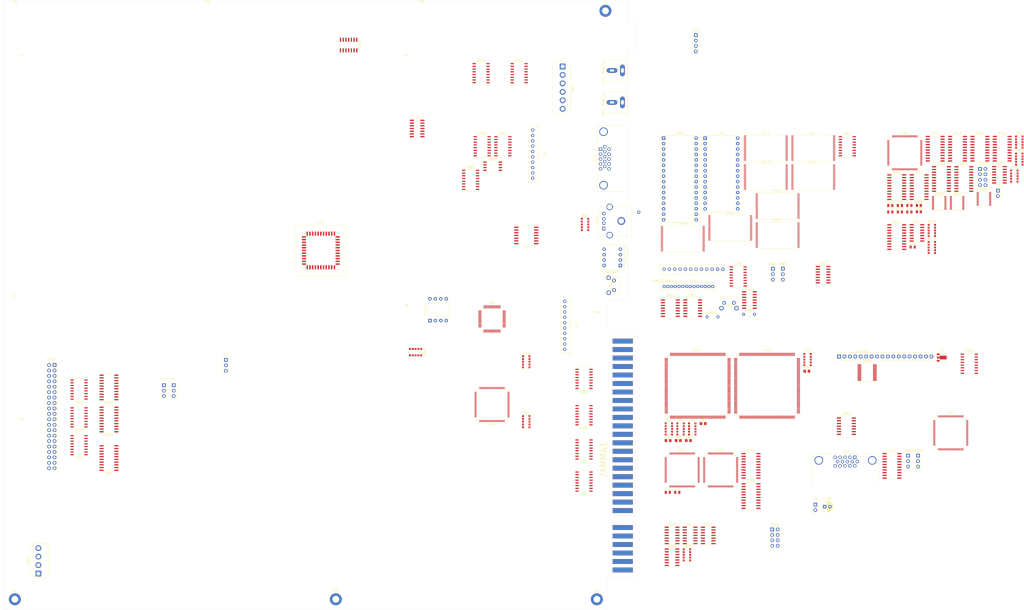
<source format=kicad_pcb>
(kicad_pcb (version 20211014) (generator pcbnew)
  (layers (0 "F.Cu" signal) (1 "In1.Cu" signal) (2 "In2.Cu" signal) (31 "B.Cu" signal) (34 "B.Paste" user) (35 "F.Paste" user) (36 "B.SilkS" user "B.Silkscreen") (37 "F.SilkS" user "F.Silkscreen") (38 "B.Mask" user) (39 "F.Mask" user) (44 "Edge.Cuts" user))
  (net 0 "")
  (net 1 "+5V")
  (net 2 "P2DNIN")
  (net 3 "P2UPIN")
  (net 4 "P2RTIN")
  (net 5 "P2LFIN")
  (net 6 "P1STARTIN")
  (net 7 "Net-(13E1-Pad114)")
  (net 8 "Net-(13E1-Pad113)")
  (net 9 "P1B1IN")
  (net 10 "GND")
  (net 11 "P1DNIN")
  (net 12 "P1UPIN")
  (net 13 "P1RTIN")
  (net 14 "P1LFIN")
  (net 15 "13E-102")
  (net 16 "Net-(13E1-Pad100)")
  (net 17 "Net-(13E1-Pad99)")
  (net 18 "Net-(13E1-Pad98)")
  (net 19 "Net-(13E1-Pad97)")
  (net 20 "Net-(13E1-Pad96)")
  (net 21 "Net-(13E1-Pad95)")
  (net 22 "Net-(13E1-Pad93)")
  (net 23 "ADC-SARS")
  (net 24 "ADC-DOUT")
  (net 25 "13E-88")
  (net 26 "DAC-MUTE")
  (net 27 "13E-86")
  (net 28 "ADC-~{CS}")
  (net 29 "ADC-CLK")
  (net 30 "ADC-DIN")
  (net 31 "/IO-DATA-15")
  (net 32 "/IO-DATA-14")
  (net 33 "/IO-DATA-13")
  (net 34 "/IO-DATA-12")
  (net 35 "/IO-DATA-11")
  (net 36 "/IO-DATA-10")
  (net 37 "/IO-DATA-9")
  (net 38 "/IO-DATA-7")
  (net 39 "/IO-DATA-6")
  (net 40 "/IO-DATA-5")
  (net 41 "/IO-DATA-4")
  (net 42 "/IO-DATA-3")
  (net 43 "/IO-DATA-2")
  (net 44 "/IO-DATA-1")
  (net 45 "/IO-DATA-0")
  (net 46 "13E-59")
  (net 47 "TESTBTN")
  (net 48 "18E-2")
  (net 49 "Net-(13E1-Pad56)")
  (net 50 "Net-(13E1-Pad55)")
  (net 51 "Net-(13E1-Pad54)")
  (net 52 "Net-(13E1-Pad53)")
  (net 53 "Net-(13E1-Pad52)")
  (net 54 "Net-(13E1-Pad51)")
  (net 55 "18E-18")
  (net 56 "18E-17")
  (net 57 "Net-(13E1-Pad47)")
  (net 58 "Net-(13E1-Pad44)")
  (net 59 "Net-(13E1-Pad43)")
  (net 60 "Net-(13E1-Pad42)")
  (net 61 "CART-40")
  (net 62 "Net-(13E1-Pad29)")
  (net 63 "Net-(13E1-Pad28)")
  (net 64 "Net-(13E1-Pad27)")
  (net 65 "Net-(13E1-Pad26)")
  (net 66 "DIP-4")
  (net 67 "DIP-3")
  (net 68 "DIP-2")
  (net 69 "DIP-1")
  (net 70 "/IO-DATA-8")
  (net 71 "PCMCIA2-IN")
  (net 72 "PCMCIA1-IN")
  (net 73 "COIN2IN")
  (net 74 "COIN1IN")
  (net 75 "P2STARTIN")
  (net 76 "Net-(13E1-Pad4)")
  (net 77 "Net-(13E1-Pad3)")
  (net 78 "P2B1IN")
  (net 79 "Net-(058232/58460-Pad12)")
  (net 82 "JVS-TX")
  (net 83 "JVS-RX")
  (net 84 "JVS-RTS")
  (net 85 "BUS-~{RD}")
  (net 86 "U71-34")
  (net 87 "Net-(15B1-Pad8)")
  (net 88 "Net-(15B1-Pad7)")
  (net 89 "Net-(15B1-Pad6)")
  (net 90 "Net-(15B1-Pad5)")
  (net 91 "Net-(15B1-Pad4)")
  (net 92 "Net-(15B1-Pad3)")
  (net 93 "Net-(15B1-Pad2)")
  (net 94 "Net-(15B1-Pad1)")
  (net 95 "+12V")
  (net 96 "Net-(13E1-Pad57)")
  (net 97 "Net-(13E2-Pad39)")
  (net 98 "Net-(13E2-Pad40)")
  (net 99 "Net-(13E3-Pad3)")
  (net 100 "Net-(13E3-Pad4)")
  (net 101 "IO-DATA-8")
  (net 102 "RTC-FT")
  (net 103 "IO-DATA-9")
  (net 104 "IO-DATA-10")
  (net 105 "SERVICEIN")
  (net 106 "P2B4IN")
  (net 107 "P2B6IN")
  (net 108 "P2B5IN")
  (net 109 "P1B5IN")
  (net 110 "P1B6IN")
  (net 111 "P1B4IN")
  (net 112 "13E-PIN18")
  (net 113 "13E-PIN17")
  (net 114 "P2B5")
  (net 115 "IO-DATA-11")
  (net 116 "IO-DATA-12")
  (net 117 "Net-(14B1-Pad8)")
  (net 118 "Net-(14B1-Pad6)")
  (net 119 "Net-(14B1-Pad4)")
  (net 120 "Net-(14B1-Pad2)")
  (net 121 "IO-DATA-13")
  (net 122 "Net-(12B1-Pad6)")
  (net 123 "Net-(12B1-Pad4)")
  (net 124 "Net-(10B1-Pad8)")
  (net 125 "IO-DATA-14")
  (net 126 "VGA-CSYNC")
  (net 127 "VGA-G")
  (net 128 "IO-DATA-15")
  (net 129 "SPL-")
  (net 130 "Net-(6B1-Pad3)")
  (net 132 "Net-(5B1-Pad3)")
  (net 133 "Net-(4B1-Pad3)")
  (net 134 "VGA-R")
  (net 135 "Net-(12B1-Pad5)")
  (net 136 "Net-(12B1-Pad3)")
  (net 137 "Net-(12B1-Pad1)")
  (net 138 "Net-(10B1-Pad7)")
  (net 139 "Net-(10B1-Pad5)")
  (net 140 "VGA-B")
  (net 142 "SPL+")
  (net 143 "Net-(10B1-Pad1)")
  (net 144 "~{RESET}")
  (net 145 "COIN-CNT1")
  (net 146 "COIN-CNT2")
  (net 147 "KCUS-93")
  (net 148 "TEST")
  (net 149 "SERVICE")
  (net 150 "COIN1")
  (net 151 "COIN2")
  (net 152 "Net-(10B1-Pad6)")
  (net 153 "35J-5")
  (net 154 "P1-START")
  (net 155 "P2-START")
  (net 156 "P1-UP")
  (net 157 "P2-UP")
  (net 158 "P1-DN")
  (net 159 "P2-DN")
  (net 160 "P1-LF")
  (net 161 "P2-LF")
  (net 162 "P1-RT")
  (net 163 "P2-RT")
  (net 164 "P1-B1")
  (net 165 "P2-B1")
  (net 166 "P1-B2")
  (net 167 "P2-B2")
  (net 168 "P1-B3")
  (net 169 "P2-B3")
  (net 170 "Net-(15B1-Pad14)")
  (net 171 "Net-(15B1-Pad12)")
  (net 172 "Net-(15B1-Pad11)")
  (net 173 "Net-(15B1-Pad10)")
  (net 174 "P1-B4")
  (net 175 "P1-B5")
  (net 176 "P1-B6")
  (net 177 "P2-B4")
  (net 178 "P2-B5")
  (net 179 "P2-B6")
  (net 180 "Net-(20C1-Pad7)")
  (net 181 "Net-(20C1-Pad6)")
  (net 182 "Net-(24A1-Pad4)")
  (net 183 "Net-(24A1-Pad3)")
  (net 184 "Net-(24A1-Pad2)")
  (net 185 "Net-(24A1-Pad1)")
  (net 186 "Net-(24A1-Pad5)")
  (net 187 "V-CSYNC")
  (net 188 "VGA-VGND")
  (net 189 "VGA-5V")
  (net 190 "LINE-L")
  (net 191 "LINE-R")
  (net 192 "SPR+")
  (net 193 "SPR-")
  (net 194 "Net-(36A1-Pad8)")
  (net 195 "Net-(36A1-Pad7)")
  (net 196 "Net-(36A1-Pad6)")
  (net 197 "Net-(36A1-Pad5)")
  (net 198 "Net-(33A1-Pad1)")
  (net 199 "Net-(33A1-Pad2)")
  (net 200 "Net-(31A1-Pad1)")
  (net 201 "Net-(31A1-Pad2)")
  (net 202 "Net-(CN2-Pad15)")
  (net 203 "Net-(CN2-Pad14)")
  (net 204 "Net-(CN2-Pad13)")
  (net 205 "Net-(CN2-Pad12)")
  (net 206 "Net-(CN2-Pad11)")
  (net 207 "Net-(CN2-Pad10)")
  (net 208 "Net-(CN2-Pad9)")
  (net 209 "Net-(CN2-Pad8)")
  (net 210 "Net-(CN2-Pad7)")
  (net 211 "Net-(CN2-Pad6)")
  (net 212 "Net-(CN2-Pad5)")
  (net 213 "Net-(CN2-Pad4)")
  (net 214 "Net-(C25-Pad3)")
  (net 215 "Net-(C24-Pad3)")
  (net 216 "Net-(C23-Pad3)")
  (net 217 "35J-9")
  (net 218 "Net-(H1-Pad1)")
  (net 219 "Net-(H2-Pad1)")
  (net 220 "Net-(H3-Pad1)")
  (net 221 "Net-(H4-Pad1)")
  (net 222 "U71-27")
  (net 223 "U71-26")
  (net 224 "Net-(10S1-Pad18)")
  (net 225 "Net-(10S1-Pad17)")
  (net 226 "Net-(10S1-Pad16)")
  (net 227 "Net-(10S1-Pad15)")
  (net 228 "Net-(10S1-Pad14)")
  (net 229 "Net-(10S1-Pad13)")
  (net 230 "Net-(10S1-Pad12)")
  (net 231 "Net-(10S1-Pad11)")
  (net 232 "Net-(13E3-Pad113)")
  (net 233 "/IDE/IDE-D7")
  (net 234 "/IDE/IDE-D8")
  (net 235 "/IDE/IDE-D6")
  (net 236 "/IDE/IDE-D9")
  (net 237 "/IDE/IDE-D5")
  (net 238 "/IDE/IDE-D10")
  (net 239 "/IDE/IDE-D4")
  (net 240 "/IDE/IDE-D11")
  (net 241 "Net-(12S1-Pad18)")
  (net 242 "Net-(12S1-Pad17)")
  (net 243 "Net-(12S1-Pad16)")
  (net 244 "Net-(12S1-Pad15)")
  (net 245 "Net-(12S1-Pad14)")
  (net 246 "Net-(12S1-Pad13)")
  (net 247 "Net-(12S1-Pad12)")
  (net 248 "Net-(12S1-Pad11)")
  (net 249 "/IDE/IDE-D3")
  (net 250 "/IDE/IDE-D12")
  (net 251 "/IDE/IDE-D2")
  (net 252 "/IDE/IDE-D13")
  (net 253 "/IDE/IDE-D1")
  (net 254 "/IDE/IDE-D14")
  (net 255 "/IDE/IDE-D0")
  (net 256 "/IDE/IDE-D15")
  (net 257 "JVS-S-IN")
  (net 258 "058232-5")
  (net 259 "058232-4")
  (net 260 "Net-(13E1-Pad48)")
  (net 261 "Net-(13E1-Pad45)")
  (net 262 "18E-26")
  (net 263 "18E-25")
  (net 264 "CART-33")
  (net 265 "CART-34")
  (net 266 "CART-35")
  (net 267 "CART-36")
  (net 268 "CART-37")
  (net 269 "CART-38")
  (net 270 "CART-39")
  (net 271 "~{ATA-RST}")
  (net 272 "/IDE/IDE-WRITE")
  (net 273 "/IDE/IDE-READ")
  (net 274 "/IDE/IDE-A1")
  (net 275 "/IDE/IDE-A2")
  (net 276 "/IDE/IDE-A0")
  (net 277 "Net-(13E3-Pad114)")
  (net 278 "IDE-CS0")
  (net 279 "Net-(13T1-Pad8)")
  (net 280 "Net-(13T1-Pad7)")
  (net 281 "Net-(13T1-Pad6)")
  (net 282 "Net-(13T1-Pad5)")
  (net 283 "Net-(13T1-Pad4)")
  (net 284 "Net-(13T1-Pad3)")
  (net 285 "Net-(13T1-Pad2)")
  (net 286 "Net-(13T1-Pad1)")
  (net 287 "~{PSX-WR}")
  (net 288 "~{PSX-RD}")
  (net 289 "22E-6")
  (net 290 "22E-9")
  (net 291 "22E-12")
  (net 292 "22E-15")
  (net 293 "22E-16")
  (net 294 "22E-19")
  (net 295 "IDE-CS1")
  (net 296 "21C-1")
  (net 297 "18E-52")
  (net 298 "18E-51")
  (net 299 "18E-50")
  (net 300 "22D-19")
  (net 301 "22D-16")
  (net 302 "22D-15")
  (net 303 "22D-12")
  (net 304 "22D-9")
  (net 305 "22D-6")
  (net 306 "22D-5")
  (net 307 "22D-2")
  (net 308 "18E-38")
  (net 309 "18E-37")
  (net 310 "18E-36")
  (net 311 "18E-35")
  (net 312 "18E-34")
  (net 313 "EXO-CLK")
  (net 314 "22E-5")
  (net 315 "22E-2")
  (net 316 "U71-5")
  (net 317 "IDE-~{RST}")
  (net 318 "J1-B4")
  (net 319 "J1-B5")
  (net 320 "/PSX-DATA-15")
  (net 321 "/PSX-DATA-14")
  (net 322 "/PSX-DATA-13")
  (net 323 "/PSX-DATA-12")
  (net 324 "/PSX-DATA-11")
  (net 325 "/PSX-DATA-10")
  (net 326 "/PSX-DATA-9")
  (net 327 "/PSX-DATA-8")
  (net 328 "LS273-~{RST}")
  (net 329 "/PSX-DATA-7")
  (net 330 "/PSX-DATA-6")
  (net 331 "/PSX-DATA-5")
  (net 332 "/PSX-DATA-4")
  (net 333 "/PSX-DATA-3")
  (net 334 "/PSX-DATA-2")
  (net 335 "/PSX-DATA-1")
  (net 336 "/PSX-DATA-0")
  (net 337 "PCPU-~{BIOS}")
  (net 338 "Net-(24E1-Pad11)")
  (net 339 "JVS-SENSE")
  (net 340 "/Security Cart/CART-RTS")
  (net 341 "CART-20")
  (net 342 "/Security Cart/CART-7.37MHz")
  (net 343 "Net-(3T1-Pad3)")
  (net 344 "Net-(4T1-Pad3)")
  (net 345 "Net-(5T1-Pad3)")
  (net 346 "Net-(15B2-Pad3)")
  (net 347 "Net-(15B2-Pad4)")
  (net 348 "J2-B4")
  (net 349 "Net-(15B2-Pad6)")
  (net 350 "Net-(CN2I1-Pad29)")
  (net 351 "Net-(CN2I1-Pad28)")
  (net 352 "Net-(CN2I1-Pad27)")
  (net 353 "Net-(CN2I1-Pad21)")
  (net 354 "J2-B5")
  (net 355 "Net-(15B2-Pad8)")
  (net 357 "H8-~{RST}")
  (net 358 "Net-(U3-Pad13)")
  (net 359 "Net-(U3-Pad12)")
  (net 360 "35J-11")
  (net 361 "Net-(U3-Pad10)")
  (net 362 "Net-(U3-Pad9)")
  (net 363 "Net-(U3-Pad8)")
  (net 364 "18E-16")
  (net 365 "18E-54")
  (net 366 "18E-55")
  (net 367 "18E-56")
  (net 368 "18E-57")
  (net 369 "H8-TX-FLAG")
  (net 372 "/H8 MCU/IO-DATA-9")
  (net 373 "/H8 MCU/IO-DATA-10")
  (net 374 "/H8 MCU/IO-DATA-11")
  (net 375 "/H8 MCU/IO-DATA-12")
  (net 376 "/H8 MCU/IO-DATA-13")
  (net 377 "/H8 MCU/IO-DATA-14")
  (net 378 "/H8 MCU/IO-DATA-15")
  (net 379 "/H8 MCU/IO-DATA-0")
  (net 380 "/H8 MCU/IO-DATA-1")
  (net 381 "/H8 MCU/IO-DATA-2")
  (net 382 "/H8 MCU/IO-DATA-3")
  (net 383 "/H8 MCU/IO-DATA-4")
  (net 384 "/H8 MCU/IO-DATA-5")
  (net 385 "/H8 MCU/IO-DATA-6")
  (net 386 "/H8 MCU/IO-DATA-7")
  (net 387 "PSX-~{BIOS}")
  (net 390 "U71-24")
  (net 391 "+3V3")
  (net 392 "~{DBUS-EN}")
  (net 396 "/IDE/IO-DATA-11")
  (net 397 "/IDE/IO-DATA-4")
  (net 398 "/IDE/IO-DATA-10")
  (net 399 "/IDE/IO-DATA-5")
  (net 400 "/IDE/IO-DATA-9")
  (net 401 "/IDE/IO-DATA-6")
  (net 402 "/IDE/IO-DATA-8")
  (net 403 "/IDE/IO-DATA-7")
  (net 404 "Net-(12B2-Pad16)")
  (net 405 "Net-(12B2-Pad15)")
  (net 406 "Net-(12B2-Pad14)")
  (net 407 "Net-(12B2-Pad13)")
  (net 408 "Net-(12B2-Pad12)")
  (net 409 "Net-(12B2-Pad11)")
  (net 410 "Net-(12B2-Pad10)")
  (net 411 "Net-(12B2-Pad9)")
  (net 412 "Net-(12B2-Pad8)")
  (net 413 "Net-(12B2-Pad7)")
  (net 414 "Net-(12B2-Pad6)")
  (net 415 "Net-(12B2-Pad5)")
  (net 416 "Net-(12B2-Pad4)")
  (net 417 "Net-(12B2-Pad3)")
  (net 418 "Net-(12B2-Pad2)")
  (net 419 "Net-(12B2-Pad1)")
  (net 420 "/IDE/IO-DATA-15")
  (net 421 "~{PCMCIA_CE1}")
  (net 422 "/IDE/IO-DATA-14")
  (net 423 "/IDE/IO-DATA-1")
  (net 424 "/IDE/IO-DATA-13")
  (net 425 "/IDE/IO-DATA-2")
  (net 426 "/IDE/IO-DATA-12")
  (net 427 "/IDE/IO-DATA-3")
  (net 428 "EXP-A10")
  (net 429 "IO-ADDR-3")
  (net 430 "IO-ADDR-2")
  (net 431 "IO-ADDR-1")
  (net 432 "~{EXP1}")
  (net 433 "~{IDE-RST-CLK}")
  (net 434 "~{BUS-RD}")
  (net 435 "~{BUS-WR}")
  (net 436 "U17-39")
  (net 437 "/ROM/IO-ADDR-18")
  (net 438 "/ROM/IO-DATA-2")
  (net 439 "/ROM/IO-ADDR-17")
  (net 440 "/ROM/IO-DATA-1")
  (net 441 "/ROM/IO-ADDR-14")
  (net 442 "/ROM/IO-DATA-0")
  (net 443 "/ROM/IO-ADDR-13")
  (net 444 "/ROM/IO-ADDR-0")
  (net 445 "/ROM/IO-ADDR-8")
  (net 446 "/ROM/IO-ADDR-1")
  (net 447 "/ROM/IO-ADDR-9")
  (net 448 "/ROM/IO-ADDR-2")
  (net 449 "/ROM/IO-ADDR-11")
  (net 450 "/ROM/IO-ADDR-3")
  (net 451 "/ROM/IO-ADDR-4")
  (net 452 "/ROM/IO-ADDR-10")
  (net 453 "/ROM/IO-ADDR-5")
  (net 454 "/ROM/IO-ADDR-6")
  (net 455 "/ROM/IO-DATA-7")
  (net 456 "/ROM/IO-ADDR-7")
  (net 457 "/ROM/IO-DATA-6")
  (net 458 "/ROM/IO-ADDR-12")
  (net 459 "/ROM/IO-DATA-5")
  (net 460 "/ROM/IO-ADDR-15")
  (net 461 "/ROM/IO-DATA-4")
  (net 462 "/ROM/IO-ADDR-16")
  (net 463 "/ROM/IO-DATA-3")
  (net 464 "~{CTS}")
  (net 465 "~{DSR}")
  (net 466 "RX1")
  (net 467 "22M-13")
  (net 468 "DREQ5")
  (net 469 "PSX-~{RST}")
  (net 470 "PSX-DREQ5")
  (net 471 "PSX-~{IRQ10}")
  (net 472 "PSX-RX")
  (net 473 "PSX-~{DSR}")
  (net 474 "PSX-~{CTS}")
  (net 477 "18E-10")
  (net 478 "CN21-B5")
  (net 479 "CN21-B6")
  (net 480 "Net-(23L1-Pad16)")
  (net 481 "EXP-B14")
  (net 482 "~{EXP-CE}")
  (net 483 "~{BUS-WR2}")
  (net 484 "~{PSX-WR2}")
  (net 485 "~{PSX-EXP}")
  (net 486 "~{PSX-DMACK5}")
  (net 487 "Net-(10B1-Pad2)")
  (net 488 "Net-(12B1-Pad2)")
  (net 489 "Net-(12B1-Pad7)")
  (net 490 "24E-13")
  (net 491 "Net-(24E2-Pad12)")
  (net 492 "29G-6")
  (net 493 "Net-(14B1-Pad1)")
  (net 494 "/PCCARD (PCMCIA)/IO-AD-0")
  (net 495 "/PCCARD (PCMCIA)/IO-AD-16")
  (net 496 "25T-8")
  (net 497 "25T-7")
  (net 498 "25T-6")
  (net 499 "Net-(26D1-Pad2)")
  (net 500 "EXT-OUTPUT-7")
  (net 501 "EXT-OUTPUT-6")
  (net 502 "EXT-OUTPUT-5")
  (net 503 "EXT-OUTPUT-4")
  (net 504 "U17-43")
  (net 505 "EXT-OUTPUT-3")
  (net 506 "EXT-OUTPUT-2")
  (net 507 "EXT-OUTPUT-1")
  (net 508 "EXT-OUTPUT-0")
  (net 509 "EXT-OUT-LATCH")
  (net 510 "27G-15")
  (net 511 "27G-12")
  (net 512 "U17-4")
  (net 513 "27G-9")
  (net 514 "27G-6")
  (net 515 "27G-5")
  (net 516 "27G-2")
  (net 517 "/ROM/IO-ADDR-20")
  (net 518 "BUS-~{WR}")
  (net 519 "Net-(14B1-Pad3)")
  (net 520 "/ROM/IO-DATA-15")
  (net 521 "/ROM/IO-DATA-14")
  (net 522 "/ROM/IO-DATA-13")
  (net 523 "/ROM/IO-DATA-12")
  (net 524 "/ROM/IO-DATA-11")
  (net 525 "/ROM/IO-DATA-10")
  (net 526 "/ROM/IO-DATA-9")
  (net 527 "/ROM/IO-DATA-8")
  (net 528 "FLASH-CE0")
  (net 529 "/ROM/IO-ADDR-19")
  (net 530 "Net-(14B1-Pad5)")
  (net 531 "FLASH-CE1")
  (net 532 "Net-(14B1-Pad7)")
  (net 533 "FLASH-C2")
  (net 534 "Net-(27F1-Pad2)")
  (net 535 "FLASH-CE3")
  (net 536 "IO-ADDR-16")
  (net 537 "IO-ADDR-17")
  (net 538 "IO-ADDR-18")
  (net 539 "IO-ADDR-19")
  (net 540 "IO-ADDR-20")
  (net 541 "IO-ADDR-21")
  (net 542 "IO-ADDR-22")
  (net 543 "IO-ADDR-23")
  (net 544 "/PSX-ADDR-23")
  (net 545 "/PSX-ADDR-22")
  (net 546 "/PSX-ADDR-21")
  (net 547 "/PSX-ADDR-20")
  (net 548 "PSX-ADDR-19")
  (net 549 "PSX-ADDR-18")
  (net 550 "PSX-ADDR-17")
  (net 551 "PSX-ADDR-16")
  (net 552 "Net-(29D1-Pad2)")
  (net 553 "U71-7")
  (net 561 "Net-(29G1-Pad15)")
  (net 562 "FLASH-CE2")
  (net 563 "Net-(29G1-Pad7)")
  (net 564 "29G-5")
  (net 565 "U17-37")
  (net 568 "IO-ADDR-9")
  (net 569 "IO-ADDR-10")
  (net 570 "IO-ADDR-11")
  (net 571 "IO-ADDR-12")
  (net 572 "IO-ADDR-13")
  (net 573 "IO-ADDR-14")
  (net 574 "IO-ADDR-15")
  (net 575 "/PSX-ADDR-15")
  (net 576 "/PSX-ADDR-14")
  (net 577 "/PSX-ADDR-13")
  (net 578 "/PSX-ADDR-12")
  (net 579 "PSX-ADDR-11")
  (net 580 "PSX-ADDR-10")
  (net 581 "PSX-ADDR-9")
  (net 582 "PSX-ADDR-8")
  (net 586 "~{PCMCIA_CE2}")
  (net 587 "IO-ADDR-0")
  (net 588 "IO-ADDR-4")
  (net 589 "IO-ADDR-5")
  (net 590 "IO-ADDR-6")
  (net 591 "IO-ADDR-7")
  (net 592 "/PSX-ADDR-7")
  (net 593 "/PSX-ADDR-6")
  (net 594 "/PSX-ADDR-5")
  (net 595 "/PSX-ADDR-4")
  (net 596 "/PSX-ADDR-3")
  (net 597 "/PSX-ADDR-2")
  (net 598 "/PSX-ADDR-1")
  (net 599 "/PSX-ADDR-0")
  (net 600 "PSX-~{RTS}")
  (net 601 "TX1")
  (net 602 "PSX-TX1")
  (net 603 "CART-30")
  (net 604 "U17-38")
  (net 605 "Net-(35K1-Pad19)")
  (net 606 "IO-DATA-7")
  (net 607 "IO-DATA-6")
  (net 608 "Net-(35K1-Pad16)")
  (net 609 "Net-(35K1-Pad15)")
  (net 610 "IO-DATA-5")
  (net 611 "IO-DATA-4")
  (net 612 "Net-(35K1-Pad12)")
  (net 613 "Net-(35K1-Pad9)")
  (net 614 "IO-DATA-3")
  (net 615 "IO-DATA-2")
  (net 616 "Net-(35K1-Pad6)")
  (net 617 "Net-(35K1-Pad5)")
  (net 618 "IO-DATA-1")
  (net 619 "IO-DATA-0")
  (net 620 "~{FLASH-CE-EN}")
  (net 621 "VGA-14")
  (net 622 "CART-7")
  (net 623 "CART-3")
  (net 625 "CART-29")
  (net 626 "CART-4")
  (net 627 "CART-25")
  (net 628 "CART-19")
  (net 629 "CART-17")
  (net 630 "CART-18")
  (net 631 "CART-15")
  (net 632 "CART-16")
  (net 633 "CART-14")
  (net 634 "CART-13")
  (net 643 "I2S_CLK")
  (net 644 "I2S_DATA")
  (net 646 "I2S_L{slash}R")
  (net 649 "Net-(32D1-Pad11)")
  (net 655 "I2S_16MHz")
  (net 661 "U17-6")
  (net 664 "U71-38")
  (net 665 "Net-(058232/58460-Pad8)")
  (net 666 "WD_KICK")
  (net 667 "Net-(058232/58460-Pad10)")
  (net 668 "Net-(058232/58460-Pad11)")
  (net 670 "Net-(C9-Pad3)")
  (net 671 "Net-(C10-Pad3)")
  (net 672 "Net-(C11-Pad3)")
  (net 682 "V-SYNC")
  (net 686 "U71-22")
  (net 690 "Net-(CPU1-Pad1)")
  (net 702 "Net-(CPU1-Pad104)")
  (net 854 "Net-(27F1-Pad5)")
  (net 855 "Net-(27F1-Pad6)")
  (net 856 "Net-(27F1-Pad9)")
  (net 857 "Net-(27F1-Pad12)")
  (net 858 "Net-(27F1-Pad15)")
  (net 866 "Net-(GPU1-Pad10)")
  (net 867 "Net-(GPU1-Pad105)")
  (net 1061 "AUDIO_5V")
  (net 1074 "RTC-OE")
  (net 1079 "U71-4")
  (net 1080 "U71-6")
  (net 1081 "U71-29")
  (net 1082 "~{EXP2}")
  (net 1083 "Net-(27F1-Pad16)")
  (net 1084 "Net-(10B1-Pad4)")
  (net 1085 "Net-(27F1-Pad19)")
  (net 1086 "Net-(CPU1-Pad202)")
  (net 1087 "Net-(12B1-Pad8)")
  (net 1088 "Net-(CPU1-Pad203)")
  (net 1089 "Net-(CPU1-Pad204)")
  (net 1090 "Net-(CPU1-Pad205)")
  (net 1091 "Net-(CPU1-Pad206)")
  (net 1092 "Net-(2B1-Pad3)")
  (footprint "Connector_JST:JST_NH_B10P_SHD" (layer "F.Cu") (at 372 142 90)
    (fp_text reference "CN3")
    (fp_text value "B10PSHF1A")
  )
  (footprint "Connector_JST:JST_VH_B6P-VH-B_1x06_P3.96mm_Vertical" (layer "F.Cu") (at 381 101 -90)
    (fp_text reference "CN17")
    (fp_text value "B6P-VH")
  )
  (footprint "Connector_JST:JST_NH_B10P_SHD" (layer "F.Cu") (at 387 222 90)
    (fp_text reference "CN1")
    (fp_text value "B10PSHF1A")
  )
  (footprint "Resistor_SMD:R_Array_Convex_5x1206" (layer "F.Cu") (at 391.468 174.834)
    (fp_text reference "RA2")
    (fp_text value "2.2k")
  )
  (footprint "Resistor_SMD:R_Array_Convex_5x1206" (layer "F.Cu") (at 364 239)
    (fp_text reference "RA3")
    (fp_text value "2.2k")
  )
  (footprint "Arcade:JAMMA" (layer "F.Cu") (at 409.067 284.804 90)
    (fp_text reference "JAMMA1")
    (fp_text value "JAMMA")
  )
  (footprint "Package_SO:SOIC-16_4.55x10.3mm_P1.27mm" (layer "F.Cu") (at 391 295 180)
    (fp_text reference "10B1")
    (fp_text value "ZBDS5101-8PT")
  )
  (footprint "Package_SO:SOIC-16_4.55x10.3mm_P1.27mm" (layer "F.Cu") (at 391 280 180)
    (fp_text reference "12B1")
    (fp_text value "ZBDS5101-8PT")
  )
  (footprint "Package_SO:SOIC-16_4.55x10.3mm_P1.27mm" (layer "F.Cu") (at 391 264 180)
    (fp_text reference "14B1")
    (fp_text value "ZBDS5101-8PT")
  )
  (footprint "Package_SO:SOIC-16_4.55x10.3mm_P1.27mm" (layer "F.Cu") (at 343.4 138.31)
    (fp_text reference "15B2")
    (fp_text value "ZBDS5101-8PT")
  )
  (footprint "Package_SO:SOIC-8_5.23x5.23mm_P1.27mm" (layer "F.Cu") (at 348.3 147.62)
    (fp_text reference "20C1")
    (fp_text value "MAX485E")
  )
  (footprint "Package_SO:SOIC-16_4.55x10.3mm_P1.27mm" (layer "F.Cu") (at 338 154)
    (fp_text reference "25B1")
    (fp_text value "ZBDS5101-8PT")
  )
  (footprint "Package_SO:SOIC-16_4.55x10.3mm_P1.27mm" (layer "F.Cu") (at 353.05 138.31)
    (fp_text reference "36A1")
    (fp_text value "ZBDS5101-8PT")
  )
  (footprint "Connector_Dsub:DSUB-15-HD_Female_Horizontal_P2.29x1.98mm_EdgePinOffset8.35mm_Housed_MountingHolesOffset10.89mm" (layer "F.Cu") (at 398.7 139.685 90)
    (fp_text reference "CN2")
    (fp_text value "VGA-DSUB15")
  )
  (footprint "Package_DIP:DIP-8_W10.16mm" (layer "F.Cu") (at 319 219.75 90)
    (fp_text reference "EXO-1")
    (fp_text value "14.7456MHz")
  )
  (footprint "MountingHole:MountingHole_3.2mm_M3_DIN965_Pad" (layer "F.Cu") (at 125 350)
    (fp_text reference "H1")
    (fp_text value "MountingHole_Pad")
  )
  (footprint "MountingHole:MountingHole_3.2mm_M3_DIN965_Pad" (layer "F.Cu") (at 397 350)
    (fp_text reference "H2")
    (fp_text value "MountingHole_Pad")
  )
  (footprint "MountingHole:MountingHole_3.2mm_M3_DIN965_Pad" (layer "F.Cu") (at 275 350)
    (fp_text reference "H3")
    (fp_text value "MountingHole_Pad")
  )
  (footprint "MountingHole:MountingHole_3.2mm_M3_DIN965_Pad" (layer "F.Cu") (at 401 75)
    (fp_text reference "H4")
    (fp_text value "MountingHole_Pad")
  )
  (footprint "MountingHole:MountingHole_3.2mm_M3" (layer "F.Cu") (at 215 75)
    (fp_text reference "H5")
    (fp_text value "MountingHole")
  )
  (footprint "MountingHole:MountingHole_3.2mm_M3" (layer "F.Cu") (at 125 75)
    (fp_text reference "H6")
    (fp_text value "MountingHole")
  )
  (footprint "MountingHole:MountingHole_3.2mm_M3" (layer "F.Cu") (at 128 100)
    (fp_text reference "H7")
    (fp_text value "MountingHole")
  )
  (footprint "MountingHole:MountingHole_3.2mm_M3" (layer "F.Cu") (at 315 75)
    (fp_text reference "H10")
    (fp_text value "MountingHole")
  )
  (footprint "MountingHole:MountingHole_3.2mm_M3" (layer "F.Cu") (at 128 270)
    (fp_text reference "H11")
    (fp_text value "MountingHole")
  )
  (footprint "MountingHole:MountingHole_3.2mm_M3" (layer "F.Cu") (at 125 212.5)
    (fp_text reference "H12")
    (fp_text value "MountingHole")
  )
  (footprint "Package_SO:SOIC-14W_7.5x9mm_P1.27mm" (layer "F.Cu") (at 364 180 180)
    (fp_text reference "U2")
    (fp_text value "ADC0834")
  )
  (footprint "MountingHole:MountingHole_3.2mm_M3" (layer "F.Cu") (at 397 220)
    (fp_text reference "H13")
    (fp_text value "MountingHole")
  )
  (footprint "MountingHole:MountingHole_3.2mm_M3" (layer "F.Cu") (at 308 100)
    (fp_text reference "H9")
    (fp_text value "MountingHole")
  )
  (footprint "MountingHole:MountingHole_3.2mm_M3" (layer "F.Cu") (at 308 217)
    (fp_text reference "H8")
    (fp_text value "MountingHole")
  )
  (footprint "Connector_USB:USB_A_Molex_67643_Horizontal" (layer "F.Cu") (at 400.25 176.75 90)
    (fp_text reference "24A1")
    (fp_text value "USB_A")
  )
  (footprint "Package_SO:SO-20_5.3x12.6mm_P1.27mm" (layer "F.Cu") (at 169 284 180)
    (fp_text reference "10S1")
    (fp_text value "74LS245")
  )
  (footprint "Package_SO:SOIC-16_4.55x10.3mm_P1.27mm" (layer "F.Cu") (at 155 278 180)
    (fp_text reference "10T1")
    (fp_text value "ZBDS5101-8PT")
  )
  (footprint "Package_SO:SO-20_5.3x12.6mm_P1.27mm" (layer "F.Cu") (at 169 266 180)
    (fp_text reference "12S1")
    (fp_text value "74LS245")
  )
  (footprint "Package_SO:SOIC-16_4.55x10.3mm_P1.27mm" (layer "F.Cu") (at 155 265 180)
    (fp_text reference "12T1")
    (fp_text value "ZBDS5101-8PT")
  )
  (footprint "Package_QFP:TQFP-120_14x14mm_P0.4mm" (layer "F.Cu") (at 348 259 180)
    (fp_text reference "13E1")
    (fp_text value "KONAMI_056879")
  )
  (footprint "Package_SO:SOIC-16_4.55x10.3mm_P1.27mm" (layer "F.Cu") (at 155 252 180)
    (fp_text reference "13T1")
    (fp_text value "ZBDS5101-8PT")
  )
  (footprint "Package_SO:SO-20_5.3x12.6mm_P1.27mm" (layer "F.Cu") (at 169 251 180)
    (fp_text reference "14S1")
    (fp_text value "74LS245")
  )
  (footprint "Button_Switch_THT:SW_Tactile_SPST_Angled_PTS645Vx58-2LFS" (layer "F.Cu") (at 405 201 -90)
    (fp_text reference "20A1")
    (fp_text value "SW_Push")
  )
  (footprint "Connector_PinSocket_2.54mm:PinSocket_1x03_P2.54mm_Vertical" (layer "F.Cu") (at 223.6165 238.127)
    (fp_text reference "3T1")
    (fp_text value "EMI_Filter_LCL")
  )
  (footprint "Connector_PinSocket_2.54mm:PinSocket_1x03_P2.54mm_Vertical" (layer "F.Cu") (at 194.6665 249.977)
    (fp_text reference "4T1")
    (fp_text value "EMI_Filter_LCL")
  )
  (footprint "Connector_PinSocket_2.54mm:PinSocket_1x03_P2.54mm_Vertical" (layer "F.Cu") (at 199.2665 249.977)
    (fp_text reference "5T1")
    (fp_text value "EMI_Filter_LCL")
  )
  (footprint "Connector_JST:JST_VH_B4P-VH-B_1x04_P3.96mm_Vertical" (layer "F.Cu") (at 136 338 90)
    (fp_text reference "CN15")
    (fp_text value "B4P-VH")
  )
  (footprint "Connector_PinSocket_2.54mm:PinSocket_2x20_P2.54mm_Vertical" (layer "F.Cu") (at 143.54 240.52)
    (fp_text reference "CN2I1")
    (fp_text value "ATA-IDE")
  )
  (footprint "Button_Switch_THT:SW_DIP_SPSTx04_Piano_10.8x11.72mm_W7.62mm_P2.54mm" (layer "F.Cu") (at 408 194 180)
    (fp_text reference "DIPSW4P1")
    (fp_text value "SW_DIP_x04")
  )
  (footprint "Package_SO:SO-14_3.9x8.65mm_P1.27mm" (layer "F.Cu") (at 313 130)
    (fp_text reference "U3")
    (fp_text value "74LS74")
  )
  (footprint "Package_LCC:PLCC-44_SMD-Socket" (layer "F.Cu") (at 268 187)
    (fp_text reference "U71")
    (fp_text value "22J-X700A1 XC9536")
  )
  (footprint "Package_QFP:TQFP-64_10x10mm_P0.5mm" (layer "F.Cu") (at 348 219)
    (fp_text reference "18E1")
    (fp_text value "HD6433640")
  )
  (footprint "Package_SO:SO-14_3.9x8.65mm_P1.27mm" (layer "F.Cu") (at 281 91 -90)
    (fp_text reference "35H1")
    (fp_text value "74LS125")
  )
  (footprint "Package_SO:SOIC-16_4.55x10.3mm_P1.27mm" (layer "F.Cu") (at 391 247 180)
    (fp_text reference "15B1")
    (fp_text value "ZBDS5101-8PT")
  )
  (footprint "Resistor_SMD:R_Array_Convex_5x1206" (layer "F.Cu") (at 312.28 234.5 -90)
    (fp_text reference "RA4")
    (fp_text value "2.2k")
  )
  (footprint "Resistor_SMD:R_Array_Convex_5x1206" (layer "F.Cu") (at 364 267)
    (fp_text reference "RA1")
    (fp_text value "2.2k")
  )
  (footprint "Package_SO:SOIC-16_4.55x10.3mm_P1.27mm" (layer "F.Cu") (at 463.042 199.136)
    (fp_text reference "12B2")
    (fp_text value "ZBDS5101-8PT")
  )
  (footprint "Package_QFP:TQFP-120_14x14mm_P0.4mm" (layer "F.Cu") (at 540.882 141.356)
    (fp_text reference "13E2")
    (fp_text value "KONAMI_056879")
  )
  (footprint "Package_SO:SO-14_3.9x8.65mm_P1.27mm" (layer "F.Cu") (at 502.712 198.316)
    (fp_text reference "21C1")
    (fp_text value "74LS74")
  )
  (footprint "Package_SO:SO-20_5.3x12.6mm_P1.27mm" (layer "F.Cu") (at 537.132 157.406)
    (fp_text reference "22D1")
    (fp_text value "74LS273")
  )
  (footprint "Package_SO:SO-20_5.3x12.6mm_P1.27mm" (layer "F.Cu") (at 555.082 139.456)
    (fp_text reference "22E1")
    (fp_text value "74LS273")
  )
  (footprint "Package_DIP:DIP-32_W15.24mm_Socket" (layer "F.Cu") (at 428.172 134.506)
    (fp_text reference "22G1")
    (fp_text value "27C040")
  )
  (footprint "Package_SO:SSOP-20_4.4x6.5mm_P0.65mm" (layer "F.Cu") (at 556.982 164.756)
    (fp_text reference "22M1")
    (fp_text value "74LCX245")
  )
  (footprint "Package_SO:SSOP-20_4.4x6.5mm_P0.65mm" (layer "F.Cu") (at 565.332 164.756)
    (fp_text reference "22N1")
    (fp_text value "74LCX245")
  )
  (footprint "Package_SO:SSOP-20_4.4x6.5mm_P0.65mm" (layer "F.Cu") (at 577.882 162.856)
    (fp_text reference "22Q1")
    (fp_text value "74LCX245")
  )
  (footprint "Package_SO:SO-20_5.3x12.6mm_P1.27mm" (layer "F.Cu") (at 565.532 139.456)
    (fp_text reference "23L1")
    (fp_text value "74F245")
  )
  (footprint "Package_SO:SO-14_3.9x8.65mm_P1.27mm" (layer "F.Cu") (at 468.292 210.166)
    (fp_text reference "24E1")
    (fp_text value "74LS14")
  )
  (footprint "Package_SO:SO-14_3.9x8.65mm_P1.27mm" (layer "F.Cu") (at 585.132 151.636)
    (fp_text reference "24E2")
    (fp_text value "74LS14")
  )
  (footprint "Connector_PinHeader_2.54mm:PinHeader_1x03_P2.54mm_Vertical" (layer "F.Cu") (at 483.902 195.536)
    (fp_text reference "25R1")
    (fp_text value "U102")
  )
  (footprint "Connector_PinHeader_2.54mm:PinHeader_1x03_P2.54mm_Vertical" (layer "F.Cu") (at 479.252 195.536)
    (fp_text reference "25S1")
    (fp_text value "U101")
  )
  (footprint "Connector_PinHeader_2.54mm:PinHeader_2x04_P2.54mm_Vertical" (layer "F.Cu") (at 576.032 148.856)
    (fp_text reference "25T1")
    (fp_text value "S240")
  )
  (footprint "Resistor_THT:R_Axial_DIN0204_L3.6mm_D1.6mm_P5.08mm_Horizontal" (layer "F.Cu") (at 465.542 216.846)
    (fp_text reference "26D1")
    (fp_text value "ZBF503D-00")
  )
  (footprint "Package_SO:SO-20_5.3x12.6mm_P1.27mm" (layer "F.Cu") (at 547.582 157.406)
    (fp_text reference "27F1")
    (fp_text value "74LS273")
  )
  (footprint "Package_SO:SO-20_5.3x12.6mm_P1.27mm" (layer "F.Cu") (at 558.032 153.606)
    (fp_text reference "27G1")
    (fp_text value "74LS273")
  )
  (footprint "Package_SO:TSOP-I-48_18.4x12mm_P0.5mm" (layer "F.Cu") (at 481.472 179.806)
    (fp_text reference "27H1")
    (fp_text value "29F016-TSOP-SP")
  )
  (footprint "Package_SO:TSOP-I-48_18.4x12mm_P0.5mm" (layer "F.Cu") (at 481.472 166.256)
    (fp_text reference "27J1")
    (fp_text value "29F016-TSOP-SP")
  )
  (footprint "Package_SO:TSOP-I-48_18.4x12mm_P0.5mm" (layer "F.Cu") (at 475.972 139.156)
    (fp_text reference "27L1")
    (fp_text value "29F016-TSOP-SP")
  )
  (footprint "Package_SO:TSOP-I-48_18.4x12mm_P0.5mm" (layer "F.Cu") (at 437.172 181.506)
    (fp_text reference "27M1")
    (fp_text value "29F016-TSOP-SP")
  )
  (footprint "Package_SO:SO-20_5.3x12.6mm_P1.27mm" (layer "F.Cu") (at 586.432 139.456)
    (fp_text reference "27N1")
    (fp_text value "74F245")
  )
  (footprint "Package_SO:SO-14_5.3x10.2mm_P1.27mm" (layer "F.Cu") (at 441.772 213.956)
    (fp_text reference "28E1")
    (fp_text value "74LS07")
  )
  (footprint "Resistor_THT:R_Axial_DIN0204_L3.6mm_D1.6mm_P5.08mm_Horizontal" (layer "F.Cu") (at 448.472 218.006)
    (fp_text reference "29D1")
    (fp_text value "ZBF503D-00")
  )
  (footprint "Package_SO:SO-14_5.3x10.2mm_P1.27mm" (layer "F.Cu") (at 431.322 213.956)
    (fp_text reference "29E1")
    (fp_text value "74LS07")
  )
  (footprint "Package_SO:SOIC-16_4.55x10.3mm_P1.27mm" (layer "F.Cu") (at 514.022 138.306)
    (fp_text reference "29G1")
    (fp_text value "74LS139")
  )
  (footprint "Button_Switch_THT:SW_Tactile_SPST_Angled_PTS645Vx58-2LFS" (layer "F.Cu") (at 456.492 211.461)
    (fp_text reference "2C1")
    (fp_text value "EVQ-PC1")
  )
  (footprint "Package_SO:SO-20_5.3x12.6mm_P1.27mm" (layer "F.Cu") (at 568.482 153.606)
    (fp_text reference "30N1")
    (fp_text value "74F245")
  )
  (footprint "Package_SO:TSOP-I-48_18.4x12mm_P0.5mm" (layer "F.Cu") (at 475.972 152.706)
    (fp_text reference "31H1")
    (fp_text value "29F016-TSOP-SP")
  )
  (footprint "Package_SO:TSOP-I-48_18.4x12mm_P0.5mm" (layer "F.Cu") (at 459.322 176.456)
    (fp_text reference "31J1")
    (fp_text value "29F016-TSOP-SP")
  )
  (footprint "Package_SO:TSOP-I-48_18.4x12mm_P0.5mm" (layer "F.Cu") (at 498.122 139.156)
    (fp_text reference "31L1")
    (fp_text value "29F016-TSOP-SP")
  )
  (footprint "Package_SO:TSOP-I-48_18.4x12mm_P0.5mm" (layer "F.Cu") (at 498.122 152.706)
    (fp_text reference "31M1")
    (fp_text value "29F016-TSOP-SP")
  )
  (footprint "Package_SO:SO-20_5.3x12.6mm_P1.27mm" (layer "F.Cu") (at 575.982 139.456)
    (fp_text reference "32N1")
    (fp_text value "74F245")
  )
  (footprint "Package_SO:SO-14_3.9x8.65mm_P1.27mm" (layer "F.Cu") (at 546.582 178.776)
    (fp_text reference "35J1")
    (fp_text value "74LS125")
  )
  (footprint "Package_SO:SO-20_5.3x12.6mm_P1.27mm" (layer "F.Cu") (at 537.132 180.746)
    (fp_text reference "35K1")
    (fp_text value "74LS273")
  )
  (footprint "Capacitor_SMD:C_0805_2012Metric" (layer "F.Cu") (at 534.132 165.986)
    (fp_text reference "C38")
    (fp_text value "10n")
  )
  (footprint "Capacitor_SMD:C_0805_2012Metric" (layer "F.Cu") (at 538.582 165.986)
    (fp_text reference "C39")
    (fp_text value "10n")
  )
  (footprint "Capacitor_SMD:C_0805_2012Metric" (layer "F.Cu") (at 534.132 168.996)
    (fp_text reference "C40")
    (fp_text value "10n")
  )
  (footprint "Capacitor_SMD:C_0805_2012Metric" (layer "F.Cu") (at 543.032 165.986)
    (fp_text reference "C41")
    (fp_text value "10n")
  )
  (footprint "Capacitor_SMD:C_0805_2012Metric" (layer "F.Cu") (at 543.032 168.996)
    (fp_text reference "C42")
    (fp_text value "10n")
  )
  (footprint "Capacitor_SMD:C_0805_2012Metric" (layer "F.Cu") (at 544.582 185.386)
    (fp_text reference "C43")
    (fp_text value "10n")
  )
  (footprint "Capacitor_SMD:C_0805_2012Metric" (layer "F.Cu") (at 538.582 168.996)
    (fp_text reference "C209")
    (fp_text value "10n")
  )
  (footprint "Connector_JST:JST_NH_B12P_SHD" (layer "F.Cu") (at 442.157 200.771)
    (fp_text reference "CN5")
    (fp_text value "B12PSHF1A")
  )
  (footprint "Connector_PinSocket_2.54mm:PinSocket_1x02_P2.54mm_Vertical" (layer "F.Cu") (at 584.382 159.066)
    (fp_text reference "JP5")
    (fp_text value "Jumper_NO_Small")
  )
  (footprint "Resistor_SMD:R_0805_2012Metric" (layer "F.Cu") (at 547.462 168.906)
    (fp_text reference "R288")
    (fp_text value "100")
  )
  (footprint "Resistor_SMD:R_0805_2012Metric" (layer "F.Cu") (at 547.462 165.956)
    (fp_text reference "R289")
    (fp_text value "470")
  )
  (footprint "Resistor_SMD:R_Array_Convex_5x1206" (layer "F.Cu") (at 592.092 152.256)
    (fp_text reference "RA5")
    (fp_text value "4.7k")
  )
  (footprint "Resistor_SMD:R_Array_Convex_5x1206" (layer "F.Cu") (at 594.392 144.306)
    (fp_text reference "RA6")
    (fp_text value "4.7k")
  )
  (footprint "Resistor_SMD:R_Array_Convex_5x1206" (layer "F.Cu") (at 594.392 136.356)
    (fp_text reference "RA7")
    (fp_text value "4.7k")
  )
  (footprint "Resistor_SMD:R_Array_Convex_5x1206" (layer "F.Cu") (at 553.542 177.646)
    (fp_text reference "RA26")
    (fp_text value "4.7k")
  )
  (footprint "Resistor_SMD:R_Array_Convex_5x1206" (layer "F.Cu") (at 553.542 185.596)
    (fp_text reference "RA25")
    (fp_text value "4.7k")
  )
  (footprint "Arcade:KONAMI-SIP-14" (layer "F.Cu") (at 439.782 207.331)
    (fp_text reference "058232/58460")
    (fp_text value "KONAMI-058232")
  )
  (footprint "Package_DIP:DIP-28_W15.24mm_Socket" (layer "F.Cu") (at 447.572 134.506)
    (fp_text reference "U4")
    (fp_text value "M48T58Y")
  )
  (footprint "Package_SO:SO-14_3.9x8.65mm_P1.27mm" (layer "F.Cu") (at 432.13 330.37)
    (fp_text reference "35J1")
    (fp_text value "74LS74")
  )
  (footprint "Package_SO:SO-20_5.3x12.6mm_P1.27mm" (layer "F.Cu") (at 534.91 287.66)
    (fp_text reference "27F1")
    (fp_text value "74LS273")
  )
  (footprint "Package_QFP:TQFP-120_14x14mm_P0.4mm" (layer "F.Cu") (at 454.83 289.56)
    (fp_text reference "13E2")
    (fp_text value "KONAMI_056879")
  )
  (footprint "Capacitor_THT:CP_Radial_D5.0mm_P2.50mm" (layer "F.Cu") (at 503.449775 306.72)
    (fp_text reference "C158")
    (fp_text value "10M16E")
  )
  (footprint "Capacitor_SMD:C_0805_2012Metric" (layer "F.Cu") (at 434.58 300.04)
    (fp_text reference "C12")
    (fp_text value "10n")
  )
  (footprint "Package_SO:SOIC-16_4.55x10.3mm_P1.27mm" (layer "F.Cu") (at 360.68 104.14)
    (fp_text reference "36A1")
    (fp_text value "ZBDS5101-8PT")
  )
  (footprint "Resistor_SMD:R_0805_2012Metric_Pad1.20x1.40mm_HandSolder" (layer "F.Cu") (at 439.78 275.85)
    (fp_text reference "R84")
    (fp_text value "220")
  )
  (footprint "Package_SO:SO-14_5.3x10.2mm_P1.27mm" (layer "F.Cu") (at 513.6 269.12)
    (fp_text reference "26E1")
    (fp_text value "74LS74")
  )
  (footprint "Resistor_SMD:R_Array_Convex_5x1206" (layer "F.Cu") (at 430.64 270.4)
    (fp_text reference "RA8")
    (fp_text value "472")
  )
  (footprint "Package_SO:SO-14_3.9x8.65mm_P1.27mm" (layer "F.Cu") (at 449.03 320.16)
    (fp_text reference "35H2")
    (fp_text value "74LS125")
  )
  (footprint "Package_SO:SOIC-16_4.55x10.3mm_P1.27mm" (layer "F.Cu") (at 571.06 239.94)
    (fp_text reference "29G2")
    (fp_text value "74LS139")
  )
  (footprint "Arcade:RCA" (layer "F.Cu") (at 412.9 117.8 90)
    (fp_text reference "33A1")
    (fp_text value "LINE R-OUT")
  )
  (footprint "Resistor_SMD:R_Array_Convex_5x1206" (layer "F.Cu") (at 436.1 270.4)
    (fp_text reference "RA9")
    (fp_text value "472")
  )
  (footprint "Package_QFP:TQFP-120_14x14mm_P0.4mm" (layer "F.Cu") (at 436.88 289.56)
    (fp_text reference "13E1")
    (fp_text value "KONAMI_056879")
  )
  (footprint "Arcade:RCA" (layer "F.Cu") (at 412.9 102.87 90)
    (fp_text reference "31A1")
    (fp_text value "LINE L-OUT")
  )
  (footprint "Connector_PinHeader_2.54mm:PinHeader_1x04_P2.54mm_Vertical" (layer "F.Cu") (at 443.23 86.37)
    (fp_text reference "CN22")
    (fp_text value "BS4PSHF1AA")
  )
  (footprint "Connector_Dsub:DSUB-15-HD_Female_Horizontal_P2.29x1.98mm_EdgePinOffset8.35mm_Housed_MountingHolesOffset10.89mm" (layer "F.Cu") (at 517.51 283.679338)
    (fp_text reference "CN2")
    (fp_text value "VGA-DSUB15")
  )
  (footprint "Package_SO:SO-20_5.3x12.6mm_P1.27mm" (layer "F.Cu") (at 469.03 287.66)
    (fp_text reference "22E1")
    (fp_text value "74LS273")
  )
  (footprint "Resistor_SMD:R_Array_Convex_5x1206" (layer "F.Cu") (at 441.56 270.4)
    (fp_text reference "RA11")
    (fp_text value "472")
  )
  (footprint "Connector_PinHeader_2.54mm:PinHeader_1x03_P2.54mm_Vertical" (layer "F.Cu") (at 542.46 282.91)
    (fp_text reference "S86")
    (fp_text value "Conn_01x03")
  )
  (footprint "Package_TO_SOT_SMD:SOT-89-3" (layer "F.Cu") (at 558.17 237.04)
    (fp_text reference "U1")
    (fp_text value "L78L05_SOT89")
  )
  (footprint "Package_SO:SO-14_3.9x8.65mm_P1.27mm" (layer "F.Cu") (at 432.13 320.16)
    (fp_text reference "35H1")
    (fp_text value "74LS125")
  )
  (footprint "Resistor_SMD:R_0805_2012Metric_Pad1.20x1.40mm_HandSolder" (layer "F.Cu") (at 446.66 267.9)
    (fp_text reference "R85")
    (fp_text value "220")
  )
  (footprint "Connector_PinSocket_2.54mm:PinSocket_1x02_P2.54mm_Vertical" (layer "F.Cu") (at 499.06 305.77)
    (fp_text reference "JP5")
    (fp_text value "Jumper_NO_Small")
  )
  (footprint "Resistor_SMD:R_Array_Convex_5x1206" (layer "F.Cu") (at 439.09 329.24)
    (fp_text reference "RA27")
    (fp_text value "4.7k")
  )
  (footprint "Package_QFP:LQFP-208_28x28mm_P0.5mm" (layer "F.Cu") (at 444.11 250.22)
    (fp_text reference "GPU1")
    (fp_text value "CXD8561CQ")
  )
  (footprint "Package_SO:SO-14_3.9x8.65mm_P1.27mm" (layer "F.Cu") (at 440.58 320.16)
    (fp_text reference "24E2")
    (fp_text value "74LS14")
  )
  (footprint "Package_QFP:TQFP-120_14x14mm_P0.4mm" (layer "F.Cu") (at 562.37 272.22)
    (fp_text reference "13E3")
    (fp_text value "KONAMI_056879")
  )
  (footprint "Package_SO:SO-20_5.3x12.6mm_P1.27mm" (layer "F.Cu") (at 469.03 301.81)
    (fp_text reference "22D1")
    (fp_text value "74LS273")
  )
  (footprint "Package_SIP:SIP18_Housing" (layer "F.Cu") (at 510.14 236.54)
    (fp_text reference "LA4705")
    (fp_text value "LA4705")
  )
  (footprint "Resistor_SMD:R_Array_Convex_5x1206" (layer "F.Cu") (at 495.46 237.99)
    (fp_text reference "RA10")
    (fp_text value "472")
  )
  (footprint "Connector_PinHeader_2.54mm:PinHeader_1x03_P2.54mm_Vertical" (layer "F.Cu") (at 547.11 282.91)
    (fp_text reference "C6/5B1")
    (fp_text value "EMI222")
  )
  (footprint "Resistor_SMD:R_0805_2012Metric_Pad1.20x1.40mm_HandSolder" (layer "F.Cu") (at 430.28 275.85)
    (fp_text reference "R87")
    (fp_text value "220")
  )
  (footprint "Resistor_SMD:R_0805_2012Metric_Pad1.20x1.40mm_HandSolder" (layer "F.Cu") (at 495.1 243.44)
    (fp_text reference "R86")
    (fp_text value "220")
  )
  (footprint "Package_SO:SSOP-24_5.3x8.2mm_P0.65mm" (layer "F.Cu") (at 523.3 244.09)
    (fp_text reference "32D1")
    (fp_text value "SM5877AM")
  )
  (footprint "Package_SO:SOIC-16_4.55x10.3mm_P1.27mm" (layer "F.Cu") (at 342.9 104.14)
    (fp_text reference "36A1")
    (fp_text value "ZBDS5101-8PT")
  )
  (footprint "Package_QFP:LQFP-208_28x28mm_P0.5mm" (layer "F.Cu") (at 476.52 250.22)
    (fp_text reference "CPU1")
    (fp_text value "CXD8530CQ")
  )
  (footprint "Connector_PinHeader_2.54mm:PinHeader_2x04_P2.54mm_Vertical" (layer "F.Cu") (at 478.95 317.38)
    (fp_text reference "25T1")
    (fp_text value "S240")
  )
  (footprint "Capacitor_SMD:C_0805_2012Metric" (layer "F.Cu") (at 430.13 300.04)
    (fp_text reference "C13")
    (fp_text value "10n")
  )
  (footprint "Resistor_SMD:R_0805_2012Metric_Pad1.20x1.40mm_HandSolder" (layer "F.Cu") (at 435.03 275.85)
    (fp_text reference "R83")
    (fp_text value "220")
  )
  (gr_line (start 120 70) (end 411.25 70) (layer "Edge.Cuts") (width 0.05))
  (gr_line (start 411.25 70) (end 411.25 80) (layer "Edge.Cuts") (width 0.05))
  (gr_line (start 415 80) (end 411.25 80) (layer "Edge.Cuts") (width 0.05))
  (gr_line (start 415 80) (end 415 93) (layer "Edge.Cuts") (width 0.05))
  (gr_line (start 411.25 93) (end 411.25 210) (layer "Edge.Cuts") (width 0.05))
  (gr_line (start 120 355) (end 402 355) (layer "Edge.Cuts") (width 0.05))
  (gr_line (start 402 210) (end 411.25 210) (layer "Edge.Cuts") (width 0.05))
  (gr_line (start 415 226) (end 402 226) (layer "Edge.Cuts") (width 0.05))
  (gr_line (start 415 340) (end 415 314) (layer "Edge.Cuts") (width 0.05))
  (gr_line (start 415 314) (end 405 314) (layer "Edge.Cuts") (width 0.05))
  (gr_line (start 402 340) (end 415 340) (layer "Edge.Cuts") (width 0.05))
  (gr_line (start 405 311) (end 415 311) (layer "Edge.Cuts") (width 0.05))
  (gr_line (start 402 226) (end 402 210) (layer "Edge.Cuts") (width 0.05))
  (gr_line (start 405 314) (end 405 311) (layer "Edge.Cuts") (width 0.05))
  (gr_line (start 415 311) (end 415 226) (layer "Edge.Cuts") (width 0.05))
  (gr_line (start 402 355) (end 402 340) (layer "Edge.Cuts") (width 0.05))
  (gr_line (start 120 355) (end 120 70) (layer "Edge.Cuts") (width 0.05))
  (gr_line (start 415 93) (end 411.25 93) (layer "Edge.Cuts") (width 0.05))
  (via (at 416.56 169.164) (size 1.5) (drill 0.8) (layers "F.Cu" "B.Cu") (net 0))
  (via (at 408.432 173.228) (size 3.65) (drill 2.5) (layers "F.Cu" "B.Cu") (net 186))
)
</source>
